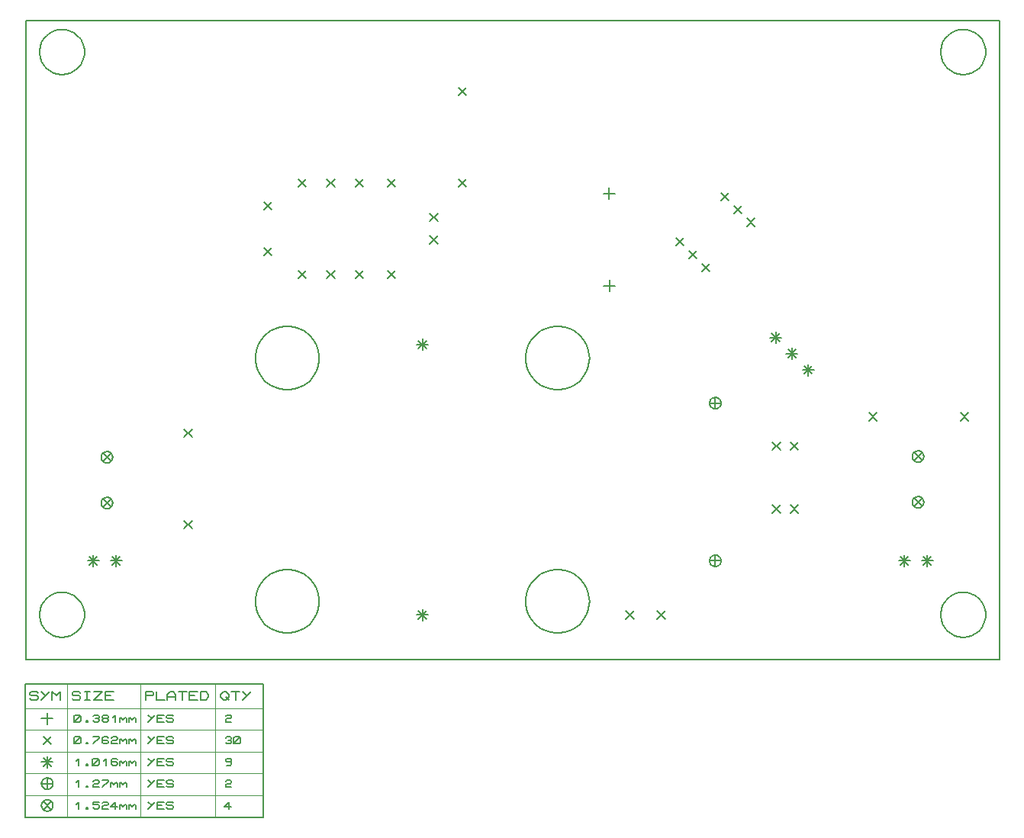
<source format=gbr>
G04 PROTEUS RS274X GERBER FILE*
%FSLAX45Y45*%
%MOMM*%
G01*
%ADD19C,0.203200*%
%ADD64C,0.127000*%
%ADD65C,0.063500*%
%TD.AperFunction*%
D19*
X+6073476Y+1717311D02*
X+6073476Y+1590311D01*
X+6009976Y+1653811D02*
X+6136976Y+1653811D01*
X+6070463Y+2741746D02*
X+6070463Y+2614746D01*
X+6006963Y+2678246D02*
X+6133963Y+2678246D01*
X+563500Y-758000D02*
X+563283Y-752753D01*
X+561518Y-742258D01*
X+557826Y-731763D01*
X+551798Y-721268D01*
X+542576Y-710888D01*
X+532081Y-703200D01*
X+521586Y-698282D01*
X+511091Y-695476D01*
X+500596Y-694503D01*
X+500000Y-694500D01*
X+436500Y-758000D02*
X+436717Y-752753D01*
X+438482Y-742258D01*
X+442174Y-731763D01*
X+448202Y-721268D01*
X+457424Y-710888D01*
X+467919Y-703200D01*
X+478414Y-698282D01*
X+488909Y-695476D01*
X+499404Y-694503D01*
X+500000Y-694500D01*
X+436500Y-758000D02*
X+436717Y-763247D01*
X+438482Y-773742D01*
X+442174Y-784237D01*
X+448202Y-794732D01*
X+457424Y-805112D01*
X+467919Y-812800D01*
X+478414Y-817718D01*
X+488909Y-820524D01*
X+499404Y-821497D01*
X+500000Y-821500D01*
X+563500Y-758000D02*
X+563283Y-763247D01*
X+561518Y-773742D01*
X+557826Y-784237D01*
X+551798Y-794732D01*
X+542576Y-805112D01*
X+532081Y-812800D01*
X+521586Y-817718D01*
X+511091Y-820524D01*
X+500596Y-821497D01*
X+500000Y-821500D01*
X+455099Y-713099D02*
X+544901Y-802901D01*
X+455099Y-802901D02*
X+544901Y-713099D01*
X+563500Y-250000D02*
X+563283Y-244753D01*
X+561518Y-234258D01*
X+557826Y-223763D01*
X+551798Y-213268D01*
X+542576Y-202888D01*
X+532081Y-195200D01*
X+521586Y-190282D01*
X+511091Y-187476D01*
X+500596Y-186503D01*
X+500000Y-186500D01*
X+436500Y-250000D02*
X+436717Y-244753D01*
X+438482Y-234258D01*
X+442174Y-223763D01*
X+448202Y-213268D01*
X+457424Y-202888D01*
X+467919Y-195200D01*
X+478414Y-190282D01*
X+488909Y-187476D01*
X+499404Y-186503D01*
X+500000Y-186500D01*
X+436500Y-250000D02*
X+436717Y-255247D01*
X+438482Y-265742D01*
X+442174Y-276237D01*
X+448202Y-286732D01*
X+457424Y-297112D01*
X+467919Y-304800D01*
X+478414Y-309718D01*
X+488909Y-312524D01*
X+499404Y-313497D01*
X+500000Y-313500D01*
X+563500Y-250000D02*
X+563283Y-255247D01*
X+561518Y-265742D01*
X+557826Y-276237D01*
X+551798Y-286732D01*
X+542576Y-297112D01*
X+532081Y-304800D01*
X+521586Y-309718D01*
X+511091Y-312524D01*
X+500596Y-313497D01*
X+500000Y-313500D01*
X+455099Y-205099D02*
X+544901Y-294901D01*
X+455099Y-294901D02*
X+544901Y-205099D01*
X+4000000Y-1936500D02*
X+4000000Y-2063500D01*
X+3936500Y-2000000D02*
X+4063500Y-2000000D01*
X+3955099Y-1955099D02*
X+4044901Y-2044901D01*
X+3955099Y-2044901D02*
X+4044901Y-1955099D01*
X+4000000Y+1063500D02*
X+4000000Y+936500D01*
X+3936500Y+1000000D02*
X+4063500Y+1000000D01*
X+3955099Y+1044901D02*
X+4044901Y+955099D01*
X+3955099Y+955099D02*
X+4044901Y+1044901D01*
X+7920395Y+1143105D02*
X+7920395Y+1016105D01*
X+7856895Y+1079605D02*
X+7983895Y+1079605D01*
X+7875494Y+1124506D02*
X+7965296Y+1034704D01*
X+7875494Y+1034704D02*
X+7965296Y+1124506D01*
X+8100000Y+963500D02*
X+8100000Y+836500D01*
X+8036500Y+900000D02*
X+8163500Y+900000D01*
X+8055099Y+944901D02*
X+8144901Y+855099D01*
X+8055099Y+855099D02*
X+8144901Y+944901D01*
X+8279606Y+783895D02*
X+8279606Y+656895D01*
X+8216106Y+720395D02*
X+8343106Y+720395D01*
X+8234705Y+765296D02*
X+8324507Y+675494D01*
X+8234705Y+675494D02*
X+8324507Y+765296D01*
X+7313500Y+350000D02*
X+7313283Y+355247D01*
X+7311518Y+365742D01*
X+7307826Y+376237D01*
X+7301798Y+386732D01*
X+7292576Y+397112D01*
X+7282081Y+404800D01*
X+7271586Y+409718D01*
X+7261091Y+412524D01*
X+7250596Y+413497D01*
X+7250000Y+413500D01*
X+7186500Y+350000D02*
X+7186717Y+355247D01*
X+7188482Y+365742D01*
X+7192174Y+376237D01*
X+7198202Y+386732D01*
X+7207424Y+397112D01*
X+7217919Y+404800D01*
X+7228414Y+409718D01*
X+7238909Y+412524D01*
X+7249404Y+413497D01*
X+7250000Y+413500D01*
X+7186500Y+350000D02*
X+7186717Y+344753D01*
X+7188482Y+334258D01*
X+7192174Y+323763D01*
X+7198202Y+313268D01*
X+7207424Y+302888D01*
X+7217919Y+295200D01*
X+7228414Y+290282D01*
X+7238909Y+287476D01*
X+7249404Y+286503D01*
X+7250000Y+286500D01*
X+7313500Y+350000D02*
X+7313283Y+344753D01*
X+7311518Y+334258D01*
X+7307826Y+323763D01*
X+7301798Y+313268D01*
X+7292576Y+302888D01*
X+7282081Y+295200D01*
X+7271586Y+290282D01*
X+7261091Y+287476D01*
X+7250596Y+286503D01*
X+7250000Y+286500D01*
X+7250000Y+413500D02*
X+7250000Y+286500D01*
X+7186500Y+350000D02*
X+7313500Y+350000D01*
X+7313500Y-1400000D02*
X+7313283Y-1394753D01*
X+7311518Y-1384258D01*
X+7307826Y-1373763D01*
X+7301798Y-1363268D01*
X+7292576Y-1352888D01*
X+7282081Y-1345200D01*
X+7271586Y-1340282D01*
X+7261091Y-1337476D01*
X+7250596Y-1336503D01*
X+7250000Y-1336500D01*
X+7186500Y-1400000D02*
X+7186717Y-1394753D01*
X+7188482Y-1384258D01*
X+7192174Y-1373763D01*
X+7198202Y-1363268D01*
X+7207424Y-1352888D01*
X+7217919Y-1345200D01*
X+7228414Y-1340282D01*
X+7238909Y-1337476D01*
X+7249404Y-1336503D01*
X+7250000Y-1336500D01*
X+7186500Y-1400000D02*
X+7186717Y-1405247D01*
X+7188482Y-1415742D01*
X+7192174Y-1426237D01*
X+7198202Y-1436732D01*
X+7207424Y-1447112D01*
X+7217919Y-1454800D01*
X+7228414Y-1459718D01*
X+7238909Y-1462524D01*
X+7249404Y-1463497D01*
X+7250000Y-1463500D01*
X+7313500Y-1400000D02*
X+7313283Y-1405247D01*
X+7311518Y-1415742D01*
X+7307826Y-1426237D01*
X+7301798Y-1436732D01*
X+7292576Y-1447112D01*
X+7282081Y-1454800D01*
X+7271586Y-1459718D01*
X+7261091Y-1462524D01*
X+7250596Y-1463497D01*
X+7250000Y-1463500D01*
X+7250000Y-1336500D02*
X+7250000Y-1463500D01*
X+7186500Y-1400000D02*
X+7313500Y-1400000D01*
X+8083099Y-82099D02*
X+8172901Y-171901D01*
X+8083099Y-171901D02*
X+8172901Y-82099D01*
X+7883099Y-82099D02*
X+7972901Y-171901D01*
X+7883099Y-171901D02*
X+7972901Y-82099D01*
X+8083099Y-780599D02*
X+8172901Y-870401D01*
X+8083099Y-870401D02*
X+8172901Y-780599D01*
X+7883099Y-780599D02*
X+7972901Y-870401D01*
X+7883099Y-870401D02*
X+7972901Y-780599D01*
X+9563500Y-750000D02*
X+9563283Y-744753D01*
X+9561518Y-734258D01*
X+9557826Y-723763D01*
X+9551798Y-713268D01*
X+9542576Y-702888D01*
X+9532081Y-695200D01*
X+9521586Y-690282D01*
X+9511091Y-687476D01*
X+9500596Y-686503D01*
X+9500000Y-686500D01*
X+9436500Y-750000D02*
X+9436717Y-744753D01*
X+9438482Y-734258D01*
X+9442174Y-723763D01*
X+9448202Y-713268D01*
X+9457424Y-702888D01*
X+9467919Y-695200D01*
X+9478414Y-690282D01*
X+9488909Y-687476D01*
X+9499404Y-686503D01*
X+9500000Y-686500D01*
X+9436500Y-750000D02*
X+9436717Y-755247D01*
X+9438482Y-765742D01*
X+9442174Y-776237D01*
X+9448202Y-786732D01*
X+9457424Y-797112D01*
X+9467919Y-804800D01*
X+9478414Y-809718D01*
X+9488909Y-812524D01*
X+9499404Y-813497D01*
X+9500000Y-813500D01*
X+9563500Y-750000D02*
X+9563283Y-755247D01*
X+9561518Y-765742D01*
X+9557826Y-776237D01*
X+9551798Y-786732D01*
X+9542576Y-797112D01*
X+9532081Y-804800D01*
X+9521586Y-809718D01*
X+9511091Y-812524D01*
X+9500596Y-813497D01*
X+9500000Y-813500D01*
X+9455099Y-705099D02*
X+9544901Y-794901D01*
X+9455099Y-794901D02*
X+9544901Y-705099D01*
X+9563500Y-242000D02*
X+9563283Y-236753D01*
X+9561518Y-226258D01*
X+9557826Y-215763D01*
X+9551798Y-205268D01*
X+9542576Y-194888D01*
X+9532081Y-187200D01*
X+9521586Y-182282D01*
X+9511091Y-179476D01*
X+9500596Y-178503D01*
X+9500000Y-178500D01*
X+9436500Y-242000D02*
X+9436717Y-236753D01*
X+9438482Y-226258D01*
X+9442174Y-215763D01*
X+9448202Y-205268D01*
X+9457424Y-194888D01*
X+9467919Y-187200D01*
X+9478414Y-182282D01*
X+9488909Y-179476D01*
X+9499404Y-178503D01*
X+9500000Y-178500D01*
X+9436500Y-242000D02*
X+9436717Y-247247D01*
X+9438482Y-257742D01*
X+9442174Y-268237D01*
X+9448202Y-278732D01*
X+9457424Y-289112D01*
X+9467919Y-296800D01*
X+9478414Y-301718D01*
X+9488909Y-304524D01*
X+9499404Y-305497D01*
X+9500000Y-305500D01*
X+9563500Y-242000D02*
X+9563283Y-247247D01*
X+9561518Y-257742D01*
X+9557826Y-268237D01*
X+9551798Y-278732D01*
X+9542576Y-289112D01*
X+9532081Y-296800D01*
X+9521586Y-301718D01*
X+9511091Y-304524D01*
X+9500596Y-305497D01*
X+9500000Y-305500D01*
X+9455099Y-197099D02*
X+9544901Y-286901D01*
X+9455099Y-286901D02*
X+9544901Y-197099D01*
X+7598783Y+2401217D02*
X+7688585Y+2311415D01*
X+7598783Y+2311415D02*
X+7688585Y+2401217D01*
X+7455099Y+2544901D02*
X+7544901Y+2455099D01*
X+7455099Y+2455099D02*
X+7544901Y+2544901D01*
X+7311415Y+2688585D02*
X+7401217Y+2598783D01*
X+7311415Y+2598783D02*
X+7401217Y+2688585D01*
X+6811415Y+2188585D02*
X+6901217Y+2098783D01*
X+6811415Y+2098783D02*
X+6901217Y+2188585D01*
X+6955099Y+2044901D02*
X+7044901Y+1955099D01*
X+6955099Y+1955099D02*
X+7044901Y+2044901D01*
X+7098783Y+1901216D02*
X+7188585Y+1811414D01*
X+7098783Y+1811414D02*
X+7188585Y+1901216D01*
X+4082599Y+2457901D02*
X+4172401Y+2368099D01*
X+4082599Y+2368099D02*
X+4172401Y+2457901D01*
X+4082599Y+2207901D02*
X+4172401Y+2118099D01*
X+4082599Y+2118099D02*
X+4172401Y+2207901D01*
X+4400099Y+3854901D02*
X+4489901Y+3765099D01*
X+4400099Y+3765099D02*
X+4489901Y+3854901D01*
X+4400099Y+2838901D02*
X+4489901Y+2749099D01*
X+4400099Y+2749099D02*
X+4489901Y+2838901D01*
X+2622099Y+1822901D02*
X+2711901Y+1733099D01*
X+2622099Y+1733099D02*
X+2711901Y+1822901D01*
X+2622099Y+2838901D02*
X+2711901Y+2749099D01*
X+2622099Y+2749099D02*
X+2711901Y+2838901D01*
X+2241099Y+2076901D02*
X+2330901Y+1987099D01*
X+2241099Y+1987099D02*
X+2330901Y+2076901D01*
X+2241099Y+2584901D02*
X+2330901Y+2495099D01*
X+2241099Y+2495099D02*
X+2330901Y+2584901D01*
X+3611099Y+2838901D02*
X+3700901Y+2749099D01*
X+3611099Y+2749099D02*
X+3700901Y+2838901D01*
X+3611099Y+1822901D02*
X+3700901Y+1733099D01*
X+3611099Y+1733099D02*
X+3700901Y+1822901D01*
X+3257099Y+2838901D02*
X+3346901Y+2749099D01*
X+3257099Y+2749099D02*
X+3346901Y+2838901D01*
X+3257099Y+1822901D02*
X+3346901Y+1733099D01*
X+3257099Y+1733099D02*
X+3346901Y+1822901D01*
X+2939599Y+2838901D02*
X+3029401Y+2749099D01*
X+2939599Y+2749099D02*
X+3029401Y+2838901D01*
X+2939599Y+1822901D02*
X+3029401Y+1733099D01*
X+2939599Y+1733099D02*
X+3029401Y+1822901D01*
X+6255099Y-1955099D02*
X+6344901Y-2044901D01*
X+6255099Y-2044901D02*
X+6344901Y-1955099D01*
X+6605099Y-1955099D02*
X+6694901Y-2044901D01*
X+6605099Y-2044901D02*
X+6694901Y-1955099D01*
X+346000Y-1336500D02*
X+346000Y-1463500D01*
X+282500Y-1400000D02*
X+409500Y-1400000D01*
X+301099Y-1355099D02*
X+390901Y-1444901D01*
X+301099Y-1444901D02*
X+390901Y-1355099D01*
X+600000Y-1336500D02*
X+600000Y-1463500D01*
X+536500Y-1400000D02*
X+663500Y-1400000D01*
X+555099Y-1355099D02*
X+644901Y-1444901D01*
X+555099Y-1444901D02*
X+644901Y-1355099D01*
X+1355099Y-955099D02*
X+1444901Y-1044901D01*
X+1355099Y-1044901D02*
X+1444901Y-955099D01*
X+1355099Y+60901D02*
X+1444901Y-28901D01*
X+1355099Y-28901D02*
X+1444901Y+60901D01*
X+9346000Y-1336500D02*
X+9346000Y-1463500D01*
X+9282500Y-1400000D02*
X+9409500Y-1400000D01*
X+9301099Y-1355099D02*
X+9390901Y-1444901D01*
X+9301099Y-1444901D02*
X+9390901Y-1355099D01*
X+9600000Y-1336500D02*
X+9600000Y-1463500D01*
X+9536500Y-1400000D02*
X+9663500Y-1400000D01*
X+9555099Y-1355099D02*
X+9644901Y-1444901D01*
X+9555099Y-1444901D02*
X+9644901Y-1355099D01*
X+9971099Y+244901D02*
X+10060901Y+155099D01*
X+9971099Y+155099D02*
X+10060901Y+244901D01*
X+8955099Y+244901D02*
X+9044901Y+155099D01*
X+8955099Y+155099D02*
X+9044901Y+244901D01*
X-400000Y-2500000D02*
X+10400000Y-2500000D01*
X+10400000Y+4600000D01*
X-400000Y+4600000D01*
X-400000Y-2500000D01*
X+250000Y-2000000D02*
X+249185Y-1979829D01*
X+242566Y-1939486D01*
X+228753Y-1899143D01*
X+206307Y-1858800D01*
X+172010Y-1818582D01*
X+131667Y-1787482D01*
X+91324Y-1767277D01*
X+50981Y-1755253D01*
X+10638Y-1750226D01*
X+0Y-1750000D01*
X-250000Y-2000000D02*
X-249185Y-1979829D01*
X-242566Y-1939486D01*
X-228753Y-1899143D01*
X-206307Y-1858800D01*
X-172010Y-1818582D01*
X-131667Y-1787482D01*
X-91324Y-1767277D01*
X-50981Y-1755253D01*
X-10638Y-1750226D01*
X+0Y-1750000D01*
X-250000Y-2000000D02*
X-249185Y-2020171D01*
X-242566Y-2060514D01*
X-228753Y-2100857D01*
X-206307Y-2141200D01*
X-172010Y-2181418D01*
X-131667Y-2212518D01*
X-91324Y-2232723D01*
X-50981Y-2244747D01*
X-10638Y-2249774D01*
X+0Y-2250000D01*
X+250000Y-2000000D02*
X+249185Y-2020171D01*
X+242566Y-2060514D01*
X+228753Y-2100857D01*
X+206307Y-2141200D01*
X+172010Y-2181418D01*
X+131667Y-2212518D01*
X+91324Y-2232723D01*
X+50981Y-2244747D01*
X+10638Y-2249774D01*
X+0Y-2250000D01*
X+10250000Y-2000000D02*
X+10249185Y-1979829D01*
X+10242566Y-1939486D01*
X+10228753Y-1899143D01*
X+10206307Y-1858800D01*
X+10172010Y-1818582D01*
X+10131667Y-1787482D01*
X+10091324Y-1767277D01*
X+10050981Y-1755253D01*
X+10010638Y-1750226D01*
X+10000000Y-1750000D01*
X+9750000Y-2000000D02*
X+9750815Y-1979829D01*
X+9757434Y-1939486D01*
X+9771247Y-1899143D01*
X+9793693Y-1858800D01*
X+9827990Y-1818582D01*
X+9868333Y-1787482D01*
X+9908676Y-1767277D01*
X+9949019Y-1755253D01*
X+9989362Y-1750226D01*
X+10000000Y-1750000D01*
X+9750000Y-2000000D02*
X+9750815Y-2020171D01*
X+9757434Y-2060514D01*
X+9771247Y-2100857D01*
X+9793693Y-2141200D01*
X+9827990Y-2181418D01*
X+9868333Y-2212518D01*
X+9908676Y-2232723D01*
X+9949019Y-2244747D01*
X+9989362Y-2249774D01*
X+10000000Y-2250000D01*
X+10250000Y-2000000D02*
X+10249185Y-2020171D01*
X+10242566Y-2060514D01*
X+10228753Y-2100857D01*
X+10206307Y-2141200D01*
X+10172010Y-2181418D01*
X+10131667Y-2212518D01*
X+10091324Y-2232723D01*
X+10050981Y-2244747D01*
X+10010638Y-2249774D01*
X+10000000Y-2250000D01*
X+10250000Y+4250000D02*
X+10249185Y+4270171D01*
X+10242566Y+4310514D01*
X+10228753Y+4350857D01*
X+10206307Y+4391200D01*
X+10172010Y+4431418D01*
X+10131667Y+4462518D01*
X+10091324Y+4482723D01*
X+10050981Y+4494747D01*
X+10010638Y+4499774D01*
X+10000000Y+4500000D01*
X+9750000Y+4250000D02*
X+9750815Y+4270171D01*
X+9757434Y+4310514D01*
X+9771247Y+4350857D01*
X+9793693Y+4391200D01*
X+9827990Y+4431418D01*
X+9868333Y+4462518D01*
X+9908676Y+4482723D01*
X+9949019Y+4494747D01*
X+9989362Y+4499774D01*
X+10000000Y+4500000D01*
X+9750000Y+4250000D02*
X+9750815Y+4229829D01*
X+9757434Y+4189486D01*
X+9771247Y+4149143D01*
X+9793693Y+4108800D01*
X+9827990Y+4068582D01*
X+9868333Y+4037482D01*
X+9908676Y+4017277D01*
X+9949019Y+4005253D01*
X+9989362Y+4000226D01*
X+10000000Y+4000000D01*
X+10250000Y+4250000D02*
X+10249185Y+4229829D01*
X+10242566Y+4189486D01*
X+10228753Y+4149143D01*
X+10206307Y+4108800D01*
X+10172010Y+4068582D01*
X+10131667Y+4037482D01*
X+10091324Y+4017277D01*
X+10050981Y+4005253D01*
X+10010638Y+4000226D01*
X+10000000Y+4000000D01*
X+250000Y+4250000D02*
X+249185Y+4270171D01*
X+242566Y+4310514D01*
X+228753Y+4350857D01*
X+206307Y+4391200D01*
X+172010Y+4431418D01*
X+131667Y+4462518D01*
X+91324Y+4482723D01*
X+50981Y+4494747D01*
X+10638Y+4499774D01*
X+0Y+4500000D01*
X-250000Y+4250000D02*
X-249185Y+4270171D01*
X-242566Y+4310514D01*
X-228753Y+4350857D01*
X-206307Y+4391200D01*
X-172010Y+4431418D01*
X-131667Y+4462518D01*
X-91324Y+4482723D01*
X-50981Y+4494747D01*
X-10638Y+4499774D01*
X+0Y+4500000D01*
X-250000Y+4250000D02*
X-249185Y+4229829D01*
X-242566Y+4189486D01*
X-228753Y+4149143D01*
X-206307Y+4108800D01*
X-172010Y+4068582D01*
X-131667Y+4037482D01*
X-91324Y+4017277D01*
X-50981Y+4005253D01*
X-10638Y+4000226D01*
X+0Y+4000000D01*
X+250000Y+4250000D02*
X+249185Y+4229829D01*
X+242566Y+4189486D01*
X+228753Y+4149143D01*
X+206307Y+4108800D01*
X+172010Y+4068582D01*
X+131667Y+4037482D01*
X+91324Y+4017277D01*
X+50981Y+4005253D01*
X+10638Y+4000226D01*
X+0Y+4000000D01*
X+2853553Y+850000D02*
X+2852430Y+878155D01*
X+2843315Y+934467D01*
X+2824316Y+990779D01*
X+2793521Y+1047091D01*
X+2746596Y+1103358D01*
X+2690284Y+1147979D01*
X+2633972Y+1177187D01*
X+2577660Y+1194918D01*
X+2521348Y+1202908D01*
X+2500000Y+1203553D01*
X+2146447Y+850000D02*
X+2147570Y+878155D01*
X+2156685Y+934467D01*
X+2175684Y+990779D01*
X+2206479Y+1047091D01*
X+2253404Y+1103358D01*
X+2309716Y+1147979D01*
X+2366028Y+1177187D01*
X+2422340Y+1194918D01*
X+2478652Y+1202908D01*
X+2500000Y+1203553D01*
X+2146447Y+850000D02*
X+2147570Y+821845D01*
X+2156685Y+765533D01*
X+2175684Y+709221D01*
X+2206479Y+652909D01*
X+2253404Y+596642D01*
X+2309716Y+552021D01*
X+2366028Y+522813D01*
X+2422340Y+505082D01*
X+2478652Y+497092D01*
X+2500000Y+496447D01*
X+2853553Y+850000D02*
X+2852430Y+821845D01*
X+2843315Y+765533D01*
X+2824316Y+709221D01*
X+2793521Y+652909D01*
X+2746596Y+596642D01*
X+2690284Y+552021D01*
X+2633972Y+522813D01*
X+2577660Y+505082D01*
X+2521348Y+497092D01*
X+2500000Y+496447D01*
X+2853553Y-1850000D02*
X+2852430Y-1821845D01*
X+2843315Y-1765533D01*
X+2824316Y-1709221D01*
X+2793521Y-1652909D01*
X+2746596Y-1596642D01*
X+2690284Y-1552021D01*
X+2633972Y-1522813D01*
X+2577660Y-1505082D01*
X+2521348Y-1497092D01*
X+2500000Y-1496447D01*
X+2146447Y-1850000D02*
X+2147570Y-1821845D01*
X+2156685Y-1765533D01*
X+2175684Y-1709221D01*
X+2206479Y-1652909D01*
X+2253404Y-1596642D01*
X+2309716Y-1552021D01*
X+2366028Y-1522813D01*
X+2422340Y-1505082D01*
X+2478652Y-1497092D01*
X+2500000Y-1496447D01*
X+2146447Y-1850000D02*
X+2147570Y-1878155D01*
X+2156685Y-1934467D01*
X+2175684Y-1990779D01*
X+2206479Y-2047091D01*
X+2253404Y-2103358D01*
X+2309716Y-2147979D01*
X+2366028Y-2177187D01*
X+2422340Y-2194918D01*
X+2478652Y-2202908D01*
X+2500000Y-2203553D01*
X+2853553Y-1850000D02*
X+2852430Y-1878155D01*
X+2843315Y-1934467D01*
X+2824316Y-1990779D01*
X+2793521Y-2047091D01*
X+2746596Y-2103358D01*
X+2690284Y-2147979D01*
X+2633972Y-2177187D01*
X+2577660Y-2194918D01*
X+2521348Y-2202908D01*
X+2500000Y-2203553D01*
X+5853553Y+850000D02*
X+5852430Y+878155D01*
X+5843315Y+934467D01*
X+5824316Y+990779D01*
X+5793521Y+1047091D01*
X+5746596Y+1103358D01*
X+5690284Y+1147979D01*
X+5633972Y+1177187D01*
X+5577660Y+1194918D01*
X+5521348Y+1202908D01*
X+5500000Y+1203553D01*
X+5146447Y+850000D02*
X+5147570Y+878155D01*
X+5156685Y+934467D01*
X+5175684Y+990779D01*
X+5206479Y+1047091D01*
X+5253404Y+1103358D01*
X+5309716Y+1147979D01*
X+5366028Y+1177187D01*
X+5422340Y+1194918D01*
X+5478652Y+1202908D01*
X+5500000Y+1203553D01*
X+5146447Y+850000D02*
X+5147570Y+821845D01*
X+5156685Y+765533D01*
X+5175684Y+709221D01*
X+5206479Y+652909D01*
X+5253404Y+596642D01*
X+5309716Y+552021D01*
X+5366028Y+522813D01*
X+5422340Y+505082D01*
X+5478652Y+497092D01*
X+5500000Y+496447D01*
X+5853553Y+850000D02*
X+5852430Y+821845D01*
X+5843315Y+765533D01*
X+5824316Y+709221D01*
X+5793521Y+652909D01*
X+5746596Y+596642D01*
X+5690284Y+552021D01*
X+5633972Y+522813D01*
X+5577660Y+505082D01*
X+5521348Y+497092D01*
X+5500000Y+496447D01*
X+5853553Y-1850000D02*
X+5852430Y-1821845D01*
X+5843315Y-1765533D01*
X+5824316Y-1709221D01*
X+5793521Y-1652909D01*
X+5746596Y-1596642D01*
X+5690284Y-1552021D01*
X+5633972Y-1522813D01*
X+5577660Y-1505082D01*
X+5521348Y-1497092D01*
X+5500000Y-1496447D01*
X+5146447Y-1850000D02*
X+5147570Y-1821845D01*
X+5156685Y-1765533D01*
X+5175684Y-1709221D01*
X+5206479Y-1652909D01*
X+5253404Y-1596642D01*
X+5309716Y-1552021D01*
X+5366028Y-1522813D01*
X+5422340Y-1505082D01*
X+5478652Y-1497092D01*
X+5500000Y-1496447D01*
X+5146447Y-1850000D02*
X+5147570Y-1878155D01*
X+5156685Y-1934467D01*
X+5175684Y-1990779D01*
X+5206479Y-2047091D01*
X+5253404Y-2103358D01*
X+5309716Y-2147979D01*
X+5366028Y-2177187D01*
X+5422340Y-2194918D01*
X+5478652Y-2202908D01*
X+5500000Y-2203553D01*
X+5853553Y-1850000D02*
X+5852430Y-1878155D01*
X+5843315Y-1934467D01*
X+5824316Y-1990779D01*
X+5793521Y-2047091D01*
X+5746596Y-2103358D01*
X+5690284Y-2147979D01*
X+5633972Y-2177187D01*
X+5577660Y-2194918D01*
X+5521348Y-2202908D01*
X+5500000Y-2203553D01*
D64*
X-410160Y-4250060D02*
X+2233980Y-4250060D01*
X+2233980Y-2764160D01*
X-410160Y-2764160D01*
X-410160Y-4250060D01*
D65*
X+57202Y-2764160D02*
X+57202Y-4250060D01*
X+870002Y-2764160D02*
X+870002Y-4250060D01*
X+1703122Y-2764160D02*
X+1703122Y-4250060D01*
X-410160Y-3037210D02*
X+2233980Y-3037210D01*
X-410160Y-3278510D02*
X+2233980Y-3278510D01*
X-410160Y-3519810D02*
X+2233980Y-3519810D01*
X-410160Y-3761110D02*
X+2233980Y-3761110D01*
X-410160Y-4002410D02*
X+2233980Y-4002410D01*
D64*
X-353010Y-2927990D02*
X-337770Y-2943230D01*
X-276810Y-2943230D01*
X-261570Y-2927990D01*
X-261570Y-2912750D01*
X-276810Y-2897510D01*
X-337770Y-2897510D01*
X-353010Y-2882270D01*
X-353010Y-2867030D01*
X-337770Y-2851790D01*
X-276810Y-2851790D01*
X-261570Y-2867030D01*
X-139650Y-2851790D02*
X-231090Y-2943230D01*
X-231090Y-2851790D02*
X-185370Y-2897510D01*
X-109170Y-2943230D02*
X-109170Y-2851790D01*
X-63450Y-2897510D01*
X-17730Y-2851790D01*
X-17730Y-2943230D01*
X+114350Y-2927990D02*
X+129590Y-2943230D01*
X+190550Y-2943230D01*
X+205790Y-2927990D01*
X+205790Y-2912750D01*
X+190550Y-2897510D01*
X+129590Y-2897510D01*
X+114350Y-2882270D01*
X+114350Y-2867030D01*
X+129590Y-2851790D01*
X+190550Y-2851790D01*
X+205790Y-2867030D01*
X+251510Y-2851790D02*
X+312470Y-2851790D01*
X+281990Y-2851790D02*
X+281990Y-2943230D01*
X+251510Y-2943230D02*
X+312470Y-2943230D01*
X+358190Y-2851790D02*
X+449630Y-2851790D01*
X+358190Y-2943230D01*
X+449630Y-2943230D01*
X+571550Y-2943230D02*
X+480110Y-2943230D01*
X+480110Y-2851790D01*
X+571550Y-2851790D01*
X+480110Y-2897510D02*
X+541070Y-2897510D01*
X+927150Y-2943230D02*
X+927150Y-2851790D01*
X+1003350Y-2851790D01*
X+1018590Y-2867030D01*
X+1018590Y-2882270D01*
X+1003350Y-2897510D01*
X+927150Y-2897510D01*
X+1049070Y-2851790D02*
X+1049070Y-2943230D01*
X+1140510Y-2943230D01*
X+1170990Y-2943230D02*
X+1170990Y-2882270D01*
X+1201470Y-2851790D01*
X+1231950Y-2851790D01*
X+1262430Y-2882270D01*
X+1262430Y-2943230D01*
X+1170990Y-2912750D02*
X+1262430Y-2912750D01*
X+1292910Y-2851790D02*
X+1384350Y-2851790D01*
X+1338630Y-2851790D02*
X+1338630Y-2943230D01*
X+1506270Y-2943230D02*
X+1414830Y-2943230D01*
X+1414830Y-2851790D01*
X+1506270Y-2851790D01*
X+1414830Y-2897510D02*
X+1475790Y-2897510D01*
X+1536750Y-2943230D02*
X+1536750Y-2851790D01*
X+1597710Y-2851790D01*
X+1628190Y-2882270D01*
X+1628190Y-2912750D01*
X+1597710Y-2943230D01*
X+1536750Y-2943230D01*
X+1760270Y-2882270D02*
X+1790750Y-2851790D01*
X+1821230Y-2851790D01*
X+1851710Y-2882270D01*
X+1851710Y-2912750D01*
X+1821230Y-2943230D01*
X+1790750Y-2943230D01*
X+1760270Y-2912750D01*
X+1760270Y-2882270D01*
X+1821230Y-2912750D02*
X+1851710Y-2943230D01*
X+1882190Y-2851790D02*
X+1973630Y-2851790D01*
X+1927910Y-2851790D02*
X+1927910Y-2943230D01*
X+2095550Y-2851790D02*
X+2004110Y-2943230D01*
X+2004110Y-2851790D02*
X+2049830Y-2897510D01*
D19*
X-163780Y-3088010D02*
X-163780Y-3215010D01*
X-227280Y-3151510D02*
X-100280Y-3151510D01*
D64*
X+133400Y-3176910D02*
X+133400Y-3126110D01*
X+146100Y-3113410D01*
X+196900Y-3113410D01*
X+209600Y-3126110D01*
X+209600Y-3176910D01*
X+196900Y-3189610D01*
X+146100Y-3189610D01*
X+133400Y-3176910D01*
X+133400Y-3189610D02*
X+209600Y-3113410D01*
X+273100Y-3176910D02*
X+285800Y-3176910D01*
X+285800Y-3189610D01*
X+273100Y-3189610D01*
X+273100Y-3176910D01*
X+349300Y-3126110D02*
X+362000Y-3113410D01*
X+400100Y-3113410D01*
X+412800Y-3126110D01*
X+412800Y-3138810D01*
X+400100Y-3151510D01*
X+412800Y-3164210D01*
X+412800Y-3176910D01*
X+400100Y-3189610D01*
X+362000Y-3189610D01*
X+349300Y-3176910D01*
X+374700Y-3151510D02*
X+400100Y-3151510D01*
X+463600Y-3151510D02*
X+450900Y-3138810D01*
X+450900Y-3126110D01*
X+463600Y-3113410D01*
X+501700Y-3113410D01*
X+514400Y-3126110D01*
X+514400Y-3138810D01*
X+501700Y-3151510D01*
X+463600Y-3151510D01*
X+450900Y-3164210D01*
X+450900Y-3176910D01*
X+463600Y-3189610D01*
X+501700Y-3189610D01*
X+514400Y-3176910D01*
X+514400Y-3164210D01*
X+501700Y-3151510D01*
X+565200Y-3138810D02*
X+590600Y-3113410D01*
X+590600Y-3189610D01*
X+641400Y-3189610D02*
X+641400Y-3138810D01*
X+641400Y-3151510D02*
X+654100Y-3138810D01*
X+679500Y-3164210D01*
X+704900Y-3138810D01*
X+717600Y-3151510D01*
X+717600Y-3189610D01*
X+743000Y-3189610D02*
X+743000Y-3138810D01*
X+743000Y-3151510D02*
X+755700Y-3138810D01*
X+781100Y-3164210D01*
X+806500Y-3138810D01*
X+819200Y-3151510D01*
X+819200Y-3189610D01*
X+1035100Y-3113410D02*
X+958900Y-3189610D01*
X+958900Y-3113410D02*
X+997000Y-3151510D01*
X+1136700Y-3189610D02*
X+1060500Y-3189610D01*
X+1060500Y-3113410D01*
X+1136700Y-3113410D01*
X+1060500Y-3151510D02*
X+1111300Y-3151510D01*
X+1162100Y-3176910D02*
X+1174800Y-3189610D01*
X+1225600Y-3189610D01*
X+1238300Y-3176910D01*
X+1238300Y-3164210D01*
X+1225600Y-3151510D01*
X+1174800Y-3151510D01*
X+1162100Y-3138810D01*
X+1162100Y-3126110D01*
X+1174800Y-3113410D01*
X+1225600Y-3113410D01*
X+1238300Y-3126110D01*
X+1817420Y-3126110D02*
X+1830120Y-3113410D01*
X+1868220Y-3113410D01*
X+1880920Y-3126110D01*
X+1880920Y-3138810D01*
X+1868220Y-3151510D01*
X+1830120Y-3151510D01*
X+1817420Y-3164210D01*
X+1817420Y-3189610D01*
X+1880920Y-3189610D01*
D19*
X-208681Y-3347909D02*
X-118879Y-3437711D01*
X-208681Y-3437711D02*
X-118879Y-3347909D01*
D64*
X+133400Y-3418210D02*
X+133400Y-3367410D01*
X+146100Y-3354710D01*
X+196900Y-3354710D01*
X+209600Y-3367410D01*
X+209600Y-3418210D01*
X+196900Y-3430910D01*
X+146100Y-3430910D01*
X+133400Y-3418210D01*
X+133400Y-3430910D02*
X+209600Y-3354710D01*
X+273100Y-3418210D02*
X+285800Y-3418210D01*
X+285800Y-3430910D01*
X+273100Y-3430910D01*
X+273100Y-3418210D01*
X+349300Y-3354710D02*
X+412800Y-3354710D01*
X+412800Y-3367410D01*
X+349300Y-3430910D01*
X+514400Y-3367410D02*
X+501700Y-3354710D01*
X+463600Y-3354710D01*
X+450900Y-3367410D01*
X+450900Y-3418210D01*
X+463600Y-3430910D01*
X+501700Y-3430910D01*
X+514400Y-3418210D01*
X+514400Y-3405510D01*
X+501700Y-3392810D01*
X+450900Y-3392810D01*
X+552500Y-3367410D02*
X+565200Y-3354710D01*
X+603300Y-3354710D01*
X+616000Y-3367410D01*
X+616000Y-3380110D01*
X+603300Y-3392810D01*
X+565200Y-3392810D01*
X+552500Y-3405510D01*
X+552500Y-3430910D01*
X+616000Y-3430910D01*
X+641400Y-3430910D02*
X+641400Y-3380110D01*
X+641400Y-3392810D02*
X+654100Y-3380110D01*
X+679500Y-3405510D01*
X+704900Y-3380110D01*
X+717600Y-3392810D01*
X+717600Y-3430910D01*
X+743000Y-3430910D02*
X+743000Y-3380110D01*
X+743000Y-3392810D02*
X+755700Y-3380110D01*
X+781100Y-3405510D01*
X+806500Y-3380110D01*
X+819200Y-3392810D01*
X+819200Y-3430910D01*
X+1035100Y-3354710D02*
X+958900Y-3430910D01*
X+958900Y-3354710D02*
X+997000Y-3392810D01*
X+1136700Y-3430910D02*
X+1060500Y-3430910D01*
X+1060500Y-3354710D01*
X+1136700Y-3354710D01*
X+1060500Y-3392810D02*
X+1111300Y-3392810D01*
X+1162100Y-3418210D02*
X+1174800Y-3430910D01*
X+1225600Y-3430910D01*
X+1238300Y-3418210D01*
X+1238300Y-3405510D01*
X+1225600Y-3392810D01*
X+1174800Y-3392810D01*
X+1162100Y-3380110D01*
X+1162100Y-3367410D01*
X+1174800Y-3354710D01*
X+1225600Y-3354710D01*
X+1238300Y-3367410D01*
X+1817420Y-3367410D02*
X+1830120Y-3354710D01*
X+1868220Y-3354710D01*
X+1880920Y-3367410D01*
X+1880920Y-3380110D01*
X+1868220Y-3392810D01*
X+1880920Y-3405510D01*
X+1880920Y-3418210D01*
X+1868220Y-3430910D01*
X+1830120Y-3430910D01*
X+1817420Y-3418210D01*
X+1842820Y-3392810D02*
X+1868220Y-3392810D01*
X+1906320Y-3418210D02*
X+1906320Y-3367410D01*
X+1919020Y-3354710D01*
X+1969820Y-3354710D01*
X+1982520Y-3367410D01*
X+1982520Y-3418210D01*
X+1969820Y-3430910D01*
X+1919020Y-3430910D01*
X+1906320Y-3418210D01*
X+1906320Y-3430910D02*
X+1982520Y-3354710D01*
D19*
X-163780Y-3570610D02*
X-163780Y-3697610D01*
X-227280Y-3634110D02*
X-100280Y-3634110D01*
X-208681Y-3589209D02*
X-118879Y-3679011D01*
X-208681Y-3679011D02*
X-118879Y-3589209D01*
D64*
X+158800Y-3621410D02*
X+184200Y-3596010D01*
X+184200Y-3672210D01*
X+273100Y-3659510D02*
X+285800Y-3659510D01*
X+285800Y-3672210D01*
X+273100Y-3672210D01*
X+273100Y-3659510D01*
X+336600Y-3659510D02*
X+336600Y-3608710D01*
X+349300Y-3596010D01*
X+400100Y-3596010D01*
X+412800Y-3608710D01*
X+412800Y-3659510D01*
X+400100Y-3672210D01*
X+349300Y-3672210D01*
X+336600Y-3659510D01*
X+336600Y-3672210D02*
X+412800Y-3596010D01*
X+463600Y-3621410D02*
X+489000Y-3596010D01*
X+489000Y-3672210D01*
X+616000Y-3608710D02*
X+603300Y-3596010D01*
X+565200Y-3596010D01*
X+552500Y-3608710D01*
X+552500Y-3659510D01*
X+565200Y-3672210D01*
X+603300Y-3672210D01*
X+616000Y-3659510D01*
X+616000Y-3646810D01*
X+603300Y-3634110D01*
X+552500Y-3634110D01*
X+641400Y-3672210D02*
X+641400Y-3621410D01*
X+641400Y-3634110D02*
X+654100Y-3621410D01*
X+679500Y-3646810D01*
X+704900Y-3621410D01*
X+717600Y-3634110D01*
X+717600Y-3672210D01*
X+743000Y-3672210D02*
X+743000Y-3621410D01*
X+743000Y-3634110D02*
X+755700Y-3621410D01*
X+781100Y-3646810D01*
X+806500Y-3621410D01*
X+819200Y-3634110D01*
X+819200Y-3672210D01*
X+1035100Y-3596010D02*
X+958900Y-3672210D01*
X+958900Y-3596010D02*
X+997000Y-3634110D01*
X+1136700Y-3672210D02*
X+1060500Y-3672210D01*
X+1060500Y-3596010D01*
X+1136700Y-3596010D01*
X+1060500Y-3634110D02*
X+1111300Y-3634110D01*
X+1162100Y-3659510D02*
X+1174800Y-3672210D01*
X+1225600Y-3672210D01*
X+1238300Y-3659510D01*
X+1238300Y-3646810D01*
X+1225600Y-3634110D01*
X+1174800Y-3634110D01*
X+1162100Y-3621410D01*
X+1162100Y-3608710D01*
X+1174800Y-3596010D01*
X+1225600Y-3596010D01*
X+1238300Y-3608710D01*
X+1880920Y-3621410D02*
X+1868220Y-3634110D01*
X+1830120Y-3634110D01*
X+1817420Y-3621410D01*
X+1817420Y-3608710D01*
X+1830120Y-3596010D01*
X+1868220Y-3596010D01*
X+1880920Y-3608710D01*
X+1880920Y-3659510D01*
X+1868220Y-3672210D01*
X+1830120Y-3672210D01*
D19*
X-100280Y-3875410D02*
X-100497Y-3870163D01*
X-102262Y-3859668D01*
X-105954Y-3849173D01*
X-111982Y-3838678D01*
X-121204Y-3828298D01*
X-131699Y-3820610D01*
X-142194Y-3815692D01*
X-152689Y-3812886D01*
X-163184Y-3811913D01*
X-163780Y-3811910D01*
X-227280Y-3875410D02*
X-227063Y-3870163D01*
X-225298Y-3859668D01*
X-221606Y-3849173D01*
X-215578Y-3838678D01*
X-206356Y-3828298D01*
X-195861Y-3820610D01*
X-185366Y-3815692D01*
X-174871Y-3812886D01*
X-164376Y-3811913D01*
X-163780Y-3811910D01*
X-227280Y-3875410D02*
X-227063Y-3880657D01*
X-225298Y-3891152D01*
X-221606Y-3901647D01*
X-215578Y-3912142D01*
X-206356Y-3922522D01*
X-195861Y-3930210D01*
X-185366Y-3935128D01*
X-174871Y-3937934D01*
X-164376Y-3938907D01*
X-163780Y-3938910D01*
X-100280Y-3875410D02*
X-100497Y-3880657D01*
X-102262Y-3891152D01*
X-105954Y-3901647D01*
X-111982Y-3912142D01*
X-121204Y-3922522D01*
X-131699Y-3930210D01*
X-142194Y-3935128D01*
X-152689Y-3937934D01*
X-163184Y-3938907D01*
X-163780Y-3938910D01*
X-163780Y-3811910D02*
X-163780Y-3938910D01*
X-227280Y-3875410D02*
X-100280Y-3875410D01*
D64*
X+158800Y-3862710D02*
X+184200Y-3837310D01*
X+184200Y-3913510D01*
X+273100Y-3900810D02*
X+285800Y-3900810D01*
X+285800Y-3913510D01*
X+273100Y-3913510D01*
X+273100Y-3900810D01*
X+349300Y-3850010D02*
X+362000Y-3837310D01*
X+400100Y-3837310D01*
X+412800Y-3850010D01*
X+412800Y-3862710D01*
X+400100Y-3875410D01*
X+362000Y-3875410D01*
X+349300Y-3888110D01*
X+349300Y-3913510D01*
X+412800Y-3913510D01*
X+450900Y-3837310D02*
X+514400Y-3837310D01*
X+514400Y-3850010D01*
X+450900Y-3913510D01*
X+539800Y-3913510D02*
X+539800Y-3862710D01*
X+539800Y-3875410D02*
X+552500Y-3862710D01*
X+577900Y-3888110D01*
X+603300Y-3862710D01*
X+616000Y-3875410D01*
X+616000Y-3913510D01*
X+641400Y-3913510D02*
X+641400Y-3862710D01*
X+641400Y-3875410D02*
X+654100Y-3862710D01*
X+679500Y-3888110D01*
X+704900Y-3862710D01*
X+717600Y-3875410D01*
X+717600Y-3913510D01*
X+1035100Y-3837310D02*
X+958900Y-3913510D01*
X+958900Y-3837310D02*
X+997000Y-3875410D01*
X+1136700Y-3913510D02*
X+1060500Y-3913510D01*
X+1060500Y-3837310D01*
X+1136700Y-3837310D01*
X+1060500Y-3875410D02*
X+1111300Y-3875410D01*
X+1162100Y-3900810D02*
X+1174800Y-3913510D01*
X+1225600Y-3913510D01*
X+1238300Y-3900810D01*
X+1238300Y-3888110D01*
X+1225600Y-3875410D01*
X+1174800Y-3875410D01*
X+1162100Y-3862710D01*
X+1162100Y-3850010D01*
X+1174800Y-3837310D01*
X+1225600Y-3837310D01*
X+1238300Y-3850010D01*
X+1817420Y-3850010D02*
X+1830120Y-3837310D01*
X+1868220Y-3837310D01*
X+1880920Y-3850010D01*
X+1880920Y-3862710D01*
X+1868220Y-3875410D01*
X+1830120Y-3875410D01*
X+1817420Y-3888110D01*
X+1817420Y-3913510D01*
X+1880920Y-3913510D01*
D19*
X-100280Y-4116710D02*
X-100497Y-4111463D01*
X-102262Y-4100968D01*
X-105954Y-4090473D01*
X-111982Y-4079978D01*
X-121204Y-4069598D01*
X-131699Y-4061910D01*
X-142194Y-4056992D01*
X-152689Y-4054186D01*
X-163184Y-4053213D01*
X-163780Y-4053210D01*
X-227280Y-4116710D02*
X-227063Y-4111463D01*
X-225298Y-4100968D01*
X-221606Y-4090473D01*
X-215578Y-4079978D01*
X-206356Y-4069598D01*
X-195861Y-4061910D01*
X-185366Y-4056992D01*
X-174871Y-4054186D01*
X-164376Y-4053213D01*
X-163780Y-4053210D01*
X-227280Y-4116710D02*
X-227063Y-4121957D01*
X-225298Y-4132452D01*
X-221606Y-4142947D01*
X-215578Y-4153442D01*
X-206356Y-4163822D01*
X-195861Y-4171510D01*
X-185366Y-4176428D01*
X-174871Y-4179234D01*
X-164376Y-4180207D01*
X-163780Y-4180210D01*
X-100280Y-4116710D02*
X-100497Y-4121957D01*
X-102262Y-4132452D01*
X-105954Y-4142947D01*
X-111982Y-4153442D01*
X-121204Y-4163822D01*
X-131699Y-4171510D01*
X-142194Y-4176428D01*
X-152689Y-4179234D01*
X-163184Y-4180207D01*
X-163780Y-4180210D01*
X-208681Y-4071809D02*
X-118879Y-4161611D01*
X-208681Y-4161611D02*
X-118879Y-4071809D01*
D64*
X+158800Y-4104010D02*
X+184200Y-4078610D01*
X+184200Y-4154810D01*
X+273100Y-4142110D02*
X+285800Y-4142110D01*
X+285800Y-4154810D01*
X+273100Y-4154810D01*
X+273100Y-4142110D01*
X+412800Y-4078610D02*
X+349300Y-4078610D01*
X+349300Y-4104010D01*
X+400100Y-4104010D01*
X+412800Y-4116710D01*
X+412800Y-4142110D01*
X+400100Y-4154810D01*
X+362000Y-4154810D01*
X+349300Y-4142110D01*
X+450900Y-4091310D02*
X+463600Y-4078610D01*
X+501700Y-4078610D01*
X+514400Y-4091310D01*
X+514400Y-4104010D01*
X+501700Y-4116710D01*
X+463600Y-4116710D01*
X+450900Y-4129410D01*
X+450900Y-4154810D01*
X+514400Y-4154810D01*
X+616000Y-4129410D02*
X+539800Y-4129410D01*
X+590600Y-4078610D01*
X+590600Y-4154810D01*
X+641400Y-4154810D02*
X+641400Y-4104010D01*
X+641400Y-4116710D02*
X+654100Y-4104010D01*
X+679500Y-4129410D01*
X+704900Y-4104010D01*
X+717600Y-4116710D01*
X+717600Y-4154810D01*
X+743000Y-4154810D02*
X+743000Y-4104010D01*
X+743000Y-4116710D02*
X+755700Y-4104010D01*
X+781100Y-4129410D01*
X+806500Y-4104010D01*
X+819200Y-4116710D01*
X+819200Y-4154810D01*
X+1035100Y-4078610D02*
X+958900Y-4154810D01*
X+958900Y-4078610D02*
X+997000Y-4116710D01*
X+1136700Y-4154810D02*
X+1060500Y-4154810D01*
X+1060500Y-4078610D01*
X+1136700Y-4078610D01*
X+1060500Y-4116710D02*
X+1111300Y-4116710D01*
X+1162100Y-4142110D02*
X+1174800Y-4154810D01*
X+1225600Y-4154810D01*
X+1238300Y-4142110D01*
X+1238300Y-4129410D01*
X+1225600Y-4116710D01*
X+1174800Y-4116710D01*
X+1162100Y-4104010D01*
X+1162100Y-4091310D01*
X+1174800Y-4078610D01*
X+1225600Y-4078610D01*
X+1238300Y-4091310D01*
X+1880920Y-4129410D02*
X+1804720Y-4129410D01*
X+1855520Y-4078610D01*
X+1855520Y-4154810D01*
M02*

</source>
